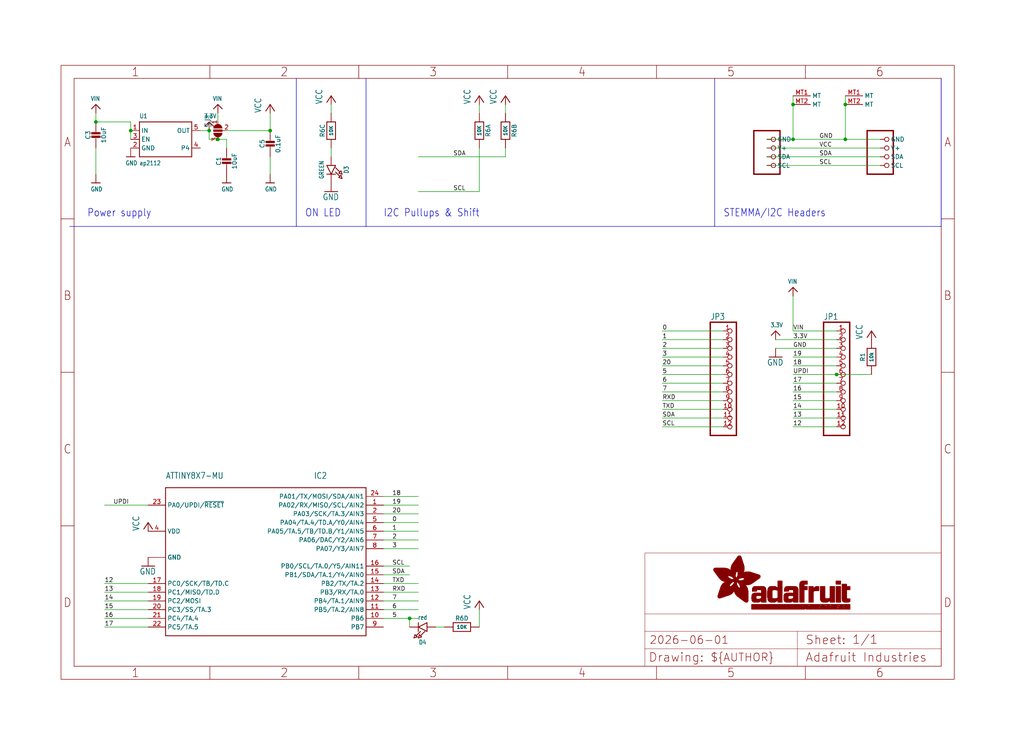
<source format=kicad_sch>
(kicad_sch (version 20230121) (generator eeschema)
  (paper "User" 298.45 217.322)
  (lib_symbols
    (symbol "working-eagle-import:3.3V" (power)
      (property "Value" "3.3V" (at -1.524 1.016 0))
      (symbol "3.3V_1_0"
        (pin power_in line (at 0 -2.54 90) (length 2.54) (name "3.3V") (number "1"))
      )
    )
    (symbol "working-eagle-import:ATTINY8X7-MU"
      (property "Reference" "IC" (at 12.7 25.4 0))
      (symbol "ATTINY8X7-MU_1_0"
        (pin bidirectional line (at 33.02 17.78 180) (length 5.08) (name "PA02/RX/MISO/SCL/AIN2") (number "1"))
        (pin bidirectional line (at 33.02 -15.24 180) (length 5.08) (name "PB6") (number "10"))
        (pin bidirectional line (at 33.02 -12.7 180) (length 5.08) (name "PB5/TA.2/AIN8") (number "11"))
        (pin bidirectional line (at 33.02 -10.16 180) (length 5.08) (name "PB4/TA.1/AIN9") (number "12"))
        (pin bidirectional line (at 33.02 -7.62 180) (length 5.08) (name "PB3/RX/TA.0") (number "13"))
        (pin bidirectional line (at 33.02 -5.08 180) (length 5.08) (name "PB2/TX/TA.2") (number "14"))
        (pin bidirectional line (at 33.02 -2.54 180) (length 5.08) (name "PB1/SDA/TA.1/Y4/AIN0") (number "15"))
        (pin bidirectional line (at 33.02 0 180) (length 5.08) (name "PB0/SCL/TA.0/Y5/AIN11") (number "16"))
        (pin bidirectional line (at -35.56 -5.08 0) (length 5.08) (name "PC0/SCK/TB/TD.C") (number "17"))
        (pin bidirectional line (at -35.56 -7.62 0) (length 5.08) (name "PC1/MISO/TD.D") (number "18"))
        (pin bidirectional line (at -35.56 -10.16 0) (length 5.08) (name "PC2/MOSI") (number "19"))
        (pin bidirectional line (at 33.02 15.24 180) (length 5.08) (name "PA03/SCK/TA.3/AIN3") (number "2"))
        (pin bidirectional line (at -35.56 -12.7 0) (length 5.08) (name "PC3/SS/TA.3") (number "20"))
        (pin bidirectional line (at -35.56 -15.24 0) (length 5.08) (name "PC4/TA.4") (number "21"))
        (pin bidirectional line (at -35.56 -17.78 0) (length 5.08) (name "PC5/TA.5") (number "22"))
        (pin bidirectional line (at -35.56 17.78 0) (length 5.08) (name "PA0/UPDI/~{RESET}") (number "23"))
        (pin bidirectional line (at 33.02 20.32 180) (length 5.08) (name "PA01/TX/MOSI/SDA/AIN1") (number "24"))
        (pin power_in line (at -35.56 2.54 0) (length 5.08) (name "GND") (number "3"))
        (pin power_in line (at -35.56 10.16 0) (length 5.08) (name "VDD") (number "4"))
        (pin bidirectional line (at 33.02 12.7 180) (length 5.08) (name "PA04/TA.4/TD.A/Y0/AIN4") (number "5"))
        (pin bidirectional line (at 33.02 10.16 180) (length 5.08) (name "PA05/TA.5/TB/TD.B/Y1/AIN5") (number "6"))
        (pin bidirectional line (at 33.02 7.62 180) (length 5.08) (name "PA06/DAC/Y2/AIN6") (number "7"))
        (pin bidirectional line (at 33.02 5.08 180) (length 5.08) (name "PA07/Y3/AIN7") (number "8"))
        (pin bidirectional line (at 33.02 -17.78 180) (length 5.08) (name "PB7") (number "9"))
        (pin power_in line (at -35.56 2.54 0) (length 5.08) (name "GND") (number "THERM"))
      )
    )
    (symbol "working-eagle-import:CAP_CERAMIC0603_NO"
      (property "Reference" "C" (at -2.29 1.25 90))
      (symbol "CAP_CERAMIC0603_NO_1_0"
        (pin passive line (at 0 5.08 270) (length 2.54) (name "1") (number "1"))
        (pin passive line (at 0 -2.54 90) (length 2.54) (name "2") (number "2"))
      )
    )
    (symbol "working-eagle-import:CAP_CERAMIC0805-NOOUTLINE"
      (property "Reference" "C" (at -2.29 1.25 90))
      (symbol "CAP_CERAMIC0805-NOOUTLINE_1_0"
        (pin passive line (at 0 5.08 270) (length 2.54) (name "1") (number "1"))
        (pin passive line (at 0 -2.54 90) (length 2.54) (name "2") (number "2"))
      )
    )
    (symbol "working-eagle-import:CAP_CERAMIC0805_10MGAP"
      (property "Reference" "C" (at -2.29 1.25 90))
      (symbol "CAP_CERAMIC0805_10MGAP_1_0"
        (pin passive line (at 0 5.08 270) (length 2.54) (name "1") (number "1"))
        (pin passive line (at 0 -2.54 90) (length 2.54) (name "2") (number "2"))
      )
    )
    (symbol "working-eagle-import:FRAME_A4_ADAFRUIT"
      (symbol "FRAME_A4_ADAFRUIT_1_0"
        (text "${#}/${##}" (at 230.505 10.16 0) (effects (font (size 2.54 2.54)) (justify left bottom)))
        (text "${AUTHOR}" (at 189.23 5.08 0) (effects (font (size 2.286 2.286)) (justify left bottom)))
        (text "${CURRENT_DATE}" (at 171.45 10.16 0) (effects (font (size 2.286 2.286)) (justify left bottom)))
        (text "${PROJECTNAME}" (at 171.45 15.24 0) (effects (font (size 2.54 2.54)) (justify left bottom)))
        (text "1" (at 21.6958 1.905 0) (effects (font (size 2.54 2.286))))
        (text "1" (at 21.6958 177.165 0) (effects (font (size 2.54 2.286))))
        (text "2" (at 65.0875 1.905 0) (effects (font (size 2.54 2.286))))
        (text "2" (at 65.0875 177.165 0) (effects (font (size 2.54 2.286))))
        (text "3" (at 108.4792 1.905 0) (effects (font (size 2.54 2.286))))
        (text "3" (at 108.4792 177.165 0) (effects (font (size 2.54 2.286))))
        (text "4" (at 151.8708 1.905 0) (effects (font (size 2.54 2.286))))
        (text "4" (at 151.8708 177.165 0) (effects (font (size 2.54 2.286))))
        (text "5" (at 195.2625 1.905 0) (effects (font (size 2.54 2.286))))
        (text "5" (at 195.2625 177.165 0) (effects (font (size 2.54 2.286))))
        (text "6" (at 238.6542 1.905 0) (effects (font (size 2.54 2.286))))
        (text "6" (at 238.6542 177.165 0) (effects (font (size 2.54 2.286))))
        (text "A" (at 1.905 156.6863 0) (effects (font (size 2.54 2.286))))
        (text "A" (at 258.445 156.6863 0) (effects (font (size 2.54 2.286))))
        (text "Adafruit Industries" (at 216.916 4.953 0) (effects (font (size 2.54 2.54)) (justify left bottom)))
        (text "B" (at 1.905 111.9188 0) (effects (font (size 2.54 2.286))))
        (text "B" (at 258.445 111.9188 0) (effects (font (size 2.54 2.286))))
        (text "C" (at 1.905 67.1513 0) (effects (font (size 2.54 2.286))))
        (text "C" (at 258.445 67.1513 0) (effects (font (size 2.54 2.286))))
        (text "D" (at 1.905 22.3838 0) (effects (font (size 2.54 2.286))))
        (text "D" (at 258.445 22.3838 0) (effects (font (size 2.54 2.286))))
        (text "Drawing:" (at 171.196 4.953 0) (effects (font (size 2.54 2.54)) (justify left bottom)))
        (text "Sheet:" (at 216.916 10.033 0) (effects (font (size 2.54 2.54)) (justify left bottom)))
      )
    )
    (symbol "working-eagle-import:GND" (power)
      (property "Value" "GND" (at -1.524 -2.54 0))
      (symbol "GND_1_0"
        (pin power_in line (at 0 2.54 270) (length 2.54) (name "GND") (number "1"))
      )
    )
    (symbol "working-eagle-import:HEADER-1X1276MIL"
      (property "Reference" "JP" (at -6.35 18.415 0))
      (symbol "HEADER-1X1276MIL_1_0"
        (pin passive inverted (at -2.54 15.24 0) (length 2.54) (name "1") (number "1"))
        (pin passive inverted (at -2.54 -7.62 0) (length 2.54) (name "10") (number "10"))
        (pin passive inverted (at -2.54 -10.16 0) (length 2.54) (name "11") (number "11"))
        (pin passive inverted (at -2.54 -12.7 0) (length 2.54) (name "12") (number "12"))
        (pin passive inverted (at -2.54 12.7 0) (length 2.54) (name "2") (number "2"))
        (pin passive inverted (at -2.54 10.16 0) (length 2.54) (name "3") (number "3"))
        (pin passive inverted (at -2.54 7.62 0) (length 2.54) (name "4") (number "4"))
        (pin passive inverted (at -2.54 5.08 0) (length 2.54) (name "5") (number "5"))
        (pin passive inverted (at -2.54 2.54 0) (length 2.54) (name "6") (number "6"))
        (pin passive inverted (at -2.54 0 0) (length 2.54) (name "7") (number "7"))
        (pin passive inverted (at -2.54 -2.54 0) (length 2.54) (name "8") (number "8"))
        (pin passive inverted (at -2.54 -5.08 0) (length 2.54) (name "9") (number "9"))
      )
    )
    (symbol "working-eagle-import:LED0603_NOOUTLINE"
      (property "Reference" "D" (at -1.27 4.445 0))
      (symbol "LED0603_NOOUTLINE_1_0"
        (pin passive line (at -5.08 0 0) (length 2.54) (name "A") (number "A"))
        (pin passive line (at 2.54 0 180) (length 2.54) (name "C") (number "C"))
      )
    )
    (symbol "working-eagle-import:RESISTOR_0603_NOOUT"
      (property "Reference" "R" (at 0 2.54 0))
      (symbol "RESISTOR_0603_NOOUT_1_0"
        (pin passive line (at -5.08 0 0) (length 2.54) (name "1") (number "1"))
        (pin passive line (at 5.08 0 180) (length 2.54) (name "2") (number "2"))
      )
    )
    (symbol "working-eagle-import:RESISTOR_4PACK"
      (property "Reference" "R" (at 0 2.54 0))
      (symbol "RESISTOR_4PACK_1_0"
        (pin passive line (at -5.08 0 0) (length 2.54) (name "1") (number "1"))
        (pin passive line (at 5.08 0 180) (length 2.54) (name "2") (number "8"))
      )
      (symbol "RESISTOR_4PACK_2_0"
        (pin passive line (at -5.08 0 0) (length 2.54) (name "1") (number "2"))
        (pin passive line (at 5.08 0 180) (length 2.54) (name "2") (number "7"))
      )
      (symbol "RESISTOR_4PACK_3_0"
        (pin passive line (at -5.08 0 0) (length 2.54) (name "1") (number "3"))
        (pin passive line (at 5.08 0 180) (length 2.54) (name "2") (number "6"))
      )
      (symbol "RESISTOR_4PACK_4_0"
        (pin passive line (at -5.08 0 0) (length 2.54) (name "1") (number "4"))
        (pin passive line (at 5.08 0 180) (length 2.54) (name "2") (number "5"))
      )
    )
    (symbol "working-eagle-import:SOLDERJUMPER_2WAY"
      (property "Reference" "SJ" (at -5.08 -3.81 0))
      (symbol "SOLDERJUMPER_2WAY_1_0"
        (pin passive line (at -2.54 0 0) (length 0) (name "1") (number "1"))
        (pin passive line (at 0 2.54 270) (length 0) (name "2") (number "2"))
        (pin passive line (at 2.54 0 180) (length 0) (name "3") (number "3"))
      )
    )
    (symbol "working-eagle-import:STEMMA_I2C_QT"
      (symbol "STEMMA_I2C_QT_1_0"
        (pin passive inverted (at 0 5.08 0) (length 2.54) (name "GND") (number "1"))
        (pin passive inverted (at 0 2.54 0) (length 2.54) (name "V+") (number "2"))
        (pin passive inverted (at 0 0 0) (length 2.54) (name "SDA") (number "3"))
        (pin passive inverted (at 0 -2.54 0) (length 2.54) (name "SCL") (number "4"))
      )
      (symbol "STEMMA_I2C_QT_2_0"
        (pin bidirectional line (at 0 0 0) (length 5.08) (name "MT") (number "MT1"))
      )
      (symbol "STEMMA_I2C_QT_3_0"
        (pin bidirectional line (at 0 0 0) (length 5.08) (name "MT") (number "MT2"))
      )
    )
    (symbol "working-eagle-import:VCC" (power)
      (property "Value" "VCC" (at -2.54 -2.54 90))
      (symbol "VCC_1_0"
        (pin power_in line (at 0 -2.54 90) (length 2.54) (name "VCC") (number "1"))
      )
    )
    (symbol "working-eagle-import:VIN" (power)
      (property "Value" "VIN" (at -1.524 1.016 0))
      (symbol "VIN_1_0"
        (pin power_in line (at 0 -2.54 90) (length 2.54) (name "VIN") (number "1"))
      )
    )
    (symbol "working-eagle-import:VREG_SOT23-5"
      (property "Reference" "U" (at -7.62 6.096 0))
      (symbol "VREG_SOT23-5_1_0"
        (pin power_in line (at -10.16 2.54 0) (length 2.54) (name "IN") (number "1"))
        (pin power_in line (at -10.16 -2.54 0) (length 2.54) (name "GND") (number "2"))
        (pin input line (at -10.16 0 0) (length 2.54) (name "EN") (number "3"))
        (pin bidirectional line (at 10.16 -2.54 180) (length 2.54) (name "P4") (number "4"))
        (pin power_in line (at 10.16 2.54 180) (length 2.54) (name "OUT") (number "5"))
      )
    )
    (symbol "working-eagle-import:supply1_GND" (power)
      (property "Value" "supply1_GND" (at -2.54 -2.54 0))
      (symbol "supply1_GND_1_0"
        (pin power_in line (at 0 2.54 270) (length 2.54) (name "GND") (number "1"))
      )
    )
  )
  (junction (at 78.74 38.1))
  (junction (at 246.38 30.48))
  (junction (at 60.96 38.1))
  (junction (at 119.38 180.34))
  (junction (at 231.14 30.48))
  (junction (at 231.14 40.64))
  (junction (at 63.5 40.64))
  (junction (at 27.94 35.56))
  (junction (at 246.38 40.64))
  (junction (at 38.1 38.1))
  (junction (at 243.84 109.22))
  (wire (pts (xy 63.5 33.02) (xy 63.5 35.56)) (stroke (width 0.1524)))
  (wire (pts (xy 193.04 111.76) (xy 210.82 111.76)) (stroke (width 0.1524)))
  (wire (pts (xy 111.76 165.1) (xy 119.38 165.1)) (stroke (width 0.1524)))
  (wire (pts (xy 210.82 119.38) (xy 193.04 119.38)) (stroke (width 0.1524)))
  (wire (pts (xy 243.84 104.14) (xy 231.14 104.14)) (stroke (width 0.1524)))
  (wire (pts (xy 147.32 43.18) (xy 147.32 45.72)) (stroke (width 0.1524)))
  (polyline (pts (xy 274.32 22.86) (xy 274.32 66.04)) (stroke (width 0.1524) (type solid)))
  (wire (pts (xy 111.76 170.18) (xy 121.92 170.18)) (stroke (width 0.1524)))
  (wire (pts (xy 147.32 45.72) (xy 121.92 45.72)) (stroke (width 0.1524)))
  (wire (pts (xy 231.14 96.52) (xy 243.84 96.52)) (stroke (width 0.1524)))
  (wire (pts (xy 243.84 116.84) (xy 231.14 116.84)) (stroke (width 0.1524)))
  (wire (pts (xy 60.96 40.64) (xy 63.5 40.64)) (stroke (width 0.1524)))
  (wire (pts (xy 231.14 40.64) (xy 246.38 40.64)) (stroke (width 0.1524)))
  (wire (pts (xy 147.32 33.02) (xy 147.32 30.48)) (stroke (width 0.1524)))
  (wire (pts (xy 78.74 33.02) (xy 78.74 38.1)) (stroke (width 0.1524)))
  (wire (pts (xy 119.38 180.34) (xy 121.92 180.34)) (stroke (width 0.1524)))
  (wire (pts (xy 43.18 172.72) (xy 30.48 172.72)) (stroke (width 0.1524)))
  (polyline (pts (xy 208.28 66.04) (xy 274.32 66.04)) (stroke (width 0.1524) (type solid)))
  (wire (pts (xy 243.84 99.06) (xy 226.06 99.06)) (stroke (width 0.1524)))
  (wire (pts (xy 30.48 175.26) (xy 43.18 175.26)) (stroke (width 0.1524)))
  (wire (pts (xy 231.14 30.48) (xy 231.14 40.64)) (stroke (width 0.1524)))
  (wire (pts (xy 246.38 30.48) (xy 246.38 40.64)) (stroke (width 0.1524)))
  (wire (pts (xy 96.52 45.72) (xy 96.52 43.18)) (stroke (width 0.1524)))
  (polyline (pts (xy 208.28 22.86) (xy 208.28 66.04)) (stroke (width 0.1524) (type solid)))
  (wire (pts (xy 139.7 177.8) (xy 139.7 182.88)) (stroke (width 0.1524)))
  (wire (pts (xy 127 182.88) (xy 129.54 182.88)) (stroke (width 0.1524)))
  (wire (pts (xy 193.04 106.68) (xy 210.82 106.68)) (stroke (width 0.1524)))
  (wire (pts (xy 231.14 114.3) (xy 243.84 114.3)) (stroke (width 0.1524)))
  (wire (pts (xy 231.14 109.22) (xy 243.84 109.22)) (stroke (width 0.1524)))
  (polyline (pts (xy 20.32 66.04) (xy 86.36 66.04)) (stroke (width 0.1524) (type solid)))
  (wire (pts (xy 210.82 114.3) (xy 193.04 114.3)) (stroke (width 0.1524)))
  (wire (pts (xy 243.84 109.22) (xy 254 109.22)) (stroke (width 0.1524)))
  (wire (pts (xy 231.14 96.52) (xy 231.14 86.36)) (stroke (width 0.1524)))
  (wire (pts (xy 38.1 40.64) (xy 38.1 38.1)) (stroke (width 0.1524)))
  (wire (pts (xy 111.76 144.78) (xy 121.92 144.78)) (stroke (width 0.1524)))
  (wire (pts (xy 60.96 38.1) (xy 60.96 40.64)) (stroke (width 0.1524)))
  (wire (pts (xy 226.06 101.6) (xy 243.84 101.6)) (stroke (width 0.1524)))
  (wire (pts (xy 43.18 182.88) (xy 30.48 182.88)) (stroke (width 0.1524)))
  (wire (pts (xy 121.92 149.86) (xy 111.76 149.86)) (stroke (width 0.1524)))
  (wire (pts (xy 210.82 99.06) (xy 193.04 99.06)) (stroke (width 0.1524)))
  (wire (pts (xy 111.76 152.4) (xy 121.92 152.4)) (stroke (width 0.1524)))
  (wire (pts (xy 111.76 147.32) (xy 121.92 147.32)) (stroke (width 0.1524)))
  (wire (pts (xy 243.84 121.92) (xy 231.14 121.92)) (stroke (width 0.1524)))
  (wire (pts (xy 231.14 27.94) (xy 231.14 30.48)) (stroke (width 0.1524)))
  (wire (pts (xy 111.76 180.34) (xy 119.38 180.34)) (stroke (width 0.1524)))
  (polyline (pts (xy 106.68 66.04) (xy 208.28 66.04)) (stroke (width 0.1524) (type solid)))
  (wire (pts (xy 139.7 43.18) (xy 139.7 55.88)) (stroke (width 0.1524)))
  (wire (pts (xy 27.94 50.8) (xy 27.94 43.18)) (stroke (width 0.1524)))
  (wire (pts (xy 231.14 40.64) (xy 223.52 40.64)) (stroke (width 0.1524)))
  (wire (pts (xy 121.92 157.48) (xy 111.76 157.48)) (stroke (width 0.1524)))
  (wire (pts (xy 231.14 119.38) (xy 243.84 119.38)) (stroke (width 0.1524)))
  (wire (pts (xy 193.04 101.6) (xy 210.82 101.6)) (stroke (width 0.1524)))
  (wire (pts (xy 210.82 121.92) (xy 193.04 121.92)) (stroke (width 0.1524)))
  (wire (pts (xy 63.5 40.64) (xy 66.04 40.64)) (stroke (width 0.1524)))
  (wire (pts (xy 210.82 109.22) (xy 193.04 109.22)) (stroke (width 0.1524)))
  (wire (pts (xy 38.1 35.56) (xy 38.1 38.1)) (stroke (width 0.1524)))
  (wire (pts (xy 223.52 48.26) (xy 256.54 48.26)) (stroke (width 0.1524)))
  (wire (pts (xy 66.04 40.64) (xy 66.04 43.18)) (stroke (width 0.1524)))
  (wire (pts (xy 210.82 104.14) (xy 193.04 104.14)) (stroke (width 0.1524)))
  (wire (pts (xy 111.76 154.94) (xy 121.92 154.94)) (stroke (width 0.1524)))
  (wire (pts (xy 193.04 116.84) (xy 210.82 116.84)) (stroke (width 0.1524)))
  (wire (pts (xy 193.04 124.46) (xy 210.82 124.46)) (stroke (width 0.1524)))
  (wire (pts (xy 231.14 124.46) (xy 243.84 124.46)) (stroke (width 0.1524)))
  (wire (pts (xy 119.38 182.88) (xy 119.38 180.34)) (stroke (width 0.1524)))
  (wire (pts (xy 43.18 177.8) (xy 30.48 177.8)) (stroke (width 0.1524)))
  (wire (pts (xy 43.18 170.18) (xy 30.48 170.18)) (stroke (width 0.1524)))
  (polyline (pts (xy 106.68 22.86) (xy 106.68 66.04)) (stroke (width 0.1524) (type solid)))
  (wire (pts (xy 111.76 160.02) (xy 121.92 160.02)) (stroke (width 0.1524)))
  (polyline (pts (xy 86.36 22.86) (xy 86.36 66.04)) (stroke (width 0.1524) (type solid)))
  (wire (pts (xy 139.7 30.48) (xy 139.7 33.02)) (stroke (width 0.1524)))
  (wire (pts (xy 78.74 45.72) (xy 78.74 50.8)) (stroke (width 0.1524)))
  (wire (pts (xy 246.38 27.94) (xy 246.38 30.48)) (stroke (width 0.1524)))
  (wire (pts (xy 210.82 96.52) (xy 193.04 96.52)) (stroke (width 0.1524)))
  (polyline (pts (xy 86.36 66.04) (xy 106.68 66.04)) (stroke (width 0.1524) (type solid)))
  (wire (pts (xy 256.54 40.64) (xy 246.38 40.64)) (stroke (width 0.1524)))
  (wire (pts (xy 119.38 167.64) (xy 111.76 167.64)) (stroke (width 0.1524)))
  (wire (pts (xy 121.92 175.26) (xy 111.76 175.26)) (stroke (width 0.1524)))
  (wire (pts (xy 111.76 172.72) (xy 121.92 172.72)) (stroke (width 0.1524)))
  (wire (pts (xy 256.54 45.72) (xy 223.52 45.72)) (stroke (width 0.1524)))
  (wire (pts (xy 96.52 30.48) (xy 96.52 33.02)) (stroke (width 0.1524)))
  (wire (pts (xy 66.04 38.1) (xy 78.74 38.1)) (stroke (width 0.1524)))
  (wire (pts (xy 27.94 33.02) (xy 27.94 35.56)) (stroke (width 0.1524)))
  (wire (pts (xy 43.18 147.32) (xy 30.48 147.32)) (stroke (width 0.1524)))
  (wire (pts (xy 223.52 43.18) (xy 256.54 43.18)) (stroke (width 0.1524)))
  (wire (pts (xy 30.48 180.34) (xy 43.18 180.34)) (stroke (width 0.1524)))
  (wire (pts (xy 27.94 35.56) (xy 38.1 35.56)) (stroke (width 0.1524)))
  (wire (pts (xy 139.7 55.88) (xy 121.92 55.88)) (stroke (width 0.1524)))
  (wire (pts (xy 111.76 177.8) (xy 121.92 177.8)) (stroke (width 0.1524)))
  (wire (pts (xy 243.84 106.68) (xy 231.14 106.68)) (stroke (width 0.1524)))
  (wire (pts (xy 243.84 111.76) (xy 231.14 111.76)) (stroke (width 0.1524)))
  (wire (pts (xy 58.42 38.1) (xy 60.96 38.1)) (stroke (width 0.1524)))
  (text "ON LED" (at 88.9 63.5 0) (effects (font (size 2.1844 1.8567)) (justify left bottom)))
  (text "I2C Pullups & Shift" (at 111.76 63.5 0) (effects (font (size 2.1844 1.8567)) (justify left bottom)))
  (text "STEMMA/I2C Headers" (at 210.82 63.5 0) (effects (font (size 2.1844 1.8567)) (justify left bottom)))
  (text "Power supply" (at 25.4 63.5 0) (effects (font (size 2.1844 1.8567)) (justify left bottom)))
  (label "15" (at 30.48 177.8 0) (effects (font (size 1.2446 1.2446))))
  (label "VCC" (at 238.76 43.18 0) (effects (font (size 1.2446 1.2446))))
  (label "SCL" (at 132.08 55.88 0) (effects (font (size 1.2446 1.2446))))
  (label "SDA" (at 193.04 121.92 0) (effects (font (size 1.2446 1.2446))))
  (label "0" (at 193.04 96.52 0) (effects (font (size 1.2446 1.2446))))
  (label "UPDI" (at 231.14 109.22 0) (effects (font (size 1.2446 1.2446))))
  (label "20" (at 193.04 106.68 0) (effects (font (size 1.2446 1.2446))))
  (label "18" (at 114.3 144.78 0) (effects (font (size 1.2446 1.2446))))
  (label "5" (at 114.3 180.34 0) (effects (font (size 1.2446 1.2446))))
  (label "5" (at 193.04 109.22 0) (effects (font (size 1.2446 1.2446))))
  (label "SCL" (at 114.3 165.1 0) (effects (font (size 1.2446 1.2446))))
  (label "3" (at 193.04 104.14 0) (effects (font (size 1.2446 1.2446))))
  (label "TXD" (at 114.3 170.18 0) (effects (font (size 1.2446 1.2446))))
  (label "12" (at 30.48 170.18 0) (effects (font (size 1.2446 1.2446))))
  (label "16" (at 30.48 180.34 0) (effects (font (size 1.2446 1.2446))))
  (label "SDA" (at 114.3 167.64 0) (effects (font (size 1.2446 1.2446))))
  (label "GND" (at 231.14 101.6 0) (effects (font (size 1.2446 1.2446))))
  (label "12" (at 231.14 124.46 0) (effects (font (size 1.2446 1.2446))))
  (label "15" (at 231.14 116.84 0) (effects (font (size 1.2446 1.2446))))
  (label "14" (at 231.14 119.38 0) (effects (font (size 1.2446 1.2446))))
  (label "16" (at 231.14 114.3 0) (effects (font (size 1.2446 1.2446))))
  (label "17" (at 231.14 111.76 0) (effects (font (size 1.2446 1.2446))))
  (label "RXD" (at 193.04 116.84 0) (effects (font (size 1.2446 1.2446))))
  (label "0" (at 114.3 152.4 0) (effects (font (size 1.2446 1.2446))))
  (label "7" (at 193.04 114.3 0) (effects (font (size 1.2446 1.2446))))
  (label "13" (at 231.14 121.92 0) (effects (font (size 1.2446 1.2446))))
  (label "18" (at 231.14 106.68 0) (effects (font (size 1.2446 1.2446))))
  (label "RXD" (at 114.3 172.72 0) (effects (font (size 1.2446 1.2446))))
  (label "6" (at 193.04 111.76 0) (effects (font (size 1.2446 1.2446))))
  (label "GND" (at 238.76 40.64 0) (effects (font (size 1.2446 1.2446))))
  (label "19" (at 231.14 104.14 0) (effects (font (size 1.2446 1.2446))))
  (label "3.3V" (at 231.14 99.06 0) (effects (font (size 1.2446 1.2446))))
  (label "19" (at 114.3 147.32 0) (effects (font (size 1.2446 1.2446))))
  (label "6" (at 114.3 177.8 0) (effects (font (size 1.2446 1.2446))))
  (label "14" (at 30.48 175.26 0) (effects (font (size 1.2446 1.2446))))
  (label "2" (at 114.3 157.48 0) (effects (font (size 1.2446 1.2446))))
  (label "1" (at 114.3 154.94 0) (effects (font (size 1.2446 1.2446))))
  (label "13" (at 30.48 172.72 0) (effects (font (size 1.2446 1.2446))))
  (label "1" (at 193.04 99.06 0) (effects (font (size 1.2446 1.2446))))
  (label "SCL" (at 193.04 124.46 0) (effects (font (size 1.2446 1.2446))))
  (label "SDA" (at 132.08 45.72 0) (effects (font (size 1.2446 1.2446))))
  (label "20" (at 114.3 149.86 0) (effects (font (size 1.2446 1.2446))))
  (label "2" (at 193.04 101.6 0) (effects (font (size 1.2446 1.2446))))
  (label "7" (at 114.3 175.26 0) (effects (font (size 1.2446 1.2446))))
  (label "17" (at 30.48 182.88 0) (effects (font (size 1.2446 1.2446))))
  (label "UPDI" (at 33.02 147.32 0) (effects (font (size 1.2446 1.2446))))
  (label "SDA" (at 238.76 45.72 0) (effects (font (size 1.2446 1.2446))))
  (label "3" (at 114.3 160.02 0) (effects (font (size 1.2446 1.2446))))
  (label "VIN" (at 231.14 96.52 0) (effects (font (size 1.2446 1.2446))))
  (label "SCL" (at 238.76 48.26 0) (effects (font (size 1.2446 1.2446))))
  (label "TXD" (at 193.04 119.38 0) (effects (font (size 1.2446 1.2446))))
  (symbol (lib_id "working-eagle-import:VCC") (at 96.52 27.94 0) (unit 1)
    (property "Reference" "#P+6" (effects hide))
    (property "Value" "VCC" (at 93.98 30.48 90) (effects (font (size 1.778 1.5113)) (justify left bottom)))
  )
  (symbol (lib_id "working-eagle-import:RESISTOR_4PACK") (at 147.32 38.1 270) (unit 2)
    (property "Reference" "R6" (at 149.86 38.1 0))
    (property "Value" "10K" (at 147.32 38.1 0) (effects (font (size 1.016 1.016) bold)))
    (property "Footprint" "working:RESPACK_4X0603" (effects hide))
  )
  (symbol (lib_id "working-eagle-import:STEMMA_I2C_QT") (at 246.38 30.48 0) (unit 3)
    (property "Reference" "CONN4" (effects hide))
    (property "Value" "STEMMA_I2C_QT" (effects hide))
    (property "Footprint" "working:JST_SH4" (effects hide))
  )
  (symbol (lib_id "working-eagle-import:supply1_GND") (at 226.06 104.14 0) (unit 1)
    (property "Reference" "#GND9" (effects hide))
    (property "Value" "GND" (at 223.52 106.68 0) (effects (font (size 1.778 1.5113)) (justify left bottom)))
  )
  (symbol (lib_id "working-eagle-import:GND") (at 38.1 45.72 0) (unit 1)
    (property "Reference" "#U$2" (effects hide))
    (property "Value" "GND" (at 36.576 48.26 0) (effects (font (size 1.27 1.0795)) (justify left bottom)))
  )
  (symbol (lib_id "working-eagle-import:HEADER-1X1276MIL") (at 246.38 111.76 0) (unit 1)
    (property "Reference" "JP1" (at 240.03 93.345 0) (effects (font (size 1.778 1.5113)) (justify left bottom)))
    (property "Value" "HEADER-1X1276MIL" (effects hide))
    (property "Footprint" "working:1X12_ROUND_76MIL" (effects hide))
  )
  (symbol (lib_id "working-eagle-import:HEADER-1X1276MIL") (at 213.36 111.76 0) (unit 1)
    (property "Reference" "JP3" (at 207.01 93.345 0) (effects (font (size 1.778 1.5113)) (justify left bottom)))
    (property "Value" "HEADER-1X1276MIL" (effects hide))
    (property "Footprint" "working:1X12_ROUND_76MIL" (effects hide))
  )
  (symbol (lib_id "working-eagle-import:VCC") (at 78.74 30.48 0) (unit 1)
    (property "Reference" "#P+5" (effects hide))
    (property "Value" "VCC" (at 76.2 33.02 90) (effects (font (size 1.778 1.5113)) (justify left bottom)))
  )
  (symbol (lib_id "working-eagle-import:GND") (at 66.04 53.34 0) (unit 1)
    (property "Reference" "#U$3" (effects hide))
    (property "Value" "GND" (at 64.516 55.88 0) (effects (font (size 1.27 1.0795)) (justify left bottom)))
  )
  (symbol (lib_id "working-eagle-import:STEMMA_I2C_QT") (at 223.52 45.72 0) (unit 1)
    (property "Reference" "CONN3" (effects hide))
    (property "Value" "STEMMA_I2C_QT" (effects hide))
    (property "Footprint" "working:JST_SH4" (effects hide))
  )
  (symbol (lib_id "working-eagle-import:SOLDERJUMPER_2WAY") (at 63.5 38.1 270) (unit 1)
    (property "Reference" "SJ1" (at 59.69 33.02 0) (effects (font (size 1.778 1.5113)) (justify left bottom)))
    (property "Value" "SOLDERJUMPER_2WAY" (effects hide))
    (property "Footprint" "working:SOLDERJUMPER_2WAY_OPEN_NOPASTE" (effects hide))
  )
  (symbol (lib_id "working-eagle-import:VCC") (at 147.32 27.94 0) (unit 1)
    (property "Reference" "#P+2" (effects hide))
    (property "Value" "VCC" (at 144.78 30.48 90) (effects (font (size 1.778 1.5113)) (justify left bottom)))
  )
  (symbol (lib_id "working-eagle-import:GND") (at 78.74 53.34 0) (unit 1)
    (property "Reference" "#U$14" (effects hide))
    (property "Value" "GND" (at 77.216 55.88 0) (effects (font (size 1.27 1.0795)) (justify left bottom)))
  )
  (symbol (lib_id "working-eagle-import:RESISTOR_0603_NOOUT") (at 254 104.14 90) (unit 1)
    (property "Reference" "R1" (at 251.46 104.14 0))
    (property "Value" "10k" (at 254 104.14 0) (effects (font (size 1.016 1.016) bold)))
    (property "Footprint" "working:0603-NO" (effects hide))
  )
  (symbol (lib_id "working-eagle-import:VCC") (at 139.7 175.26 0) (unit 1)
    (property "Reference" "#P+9" (effects hide))
    (property "Value" "VCC" (at 137.16 177.8 90) (effects (font (size 1.778 1.5113)) (justify left bottom)))
  )
  (symbol (lib_id "working-eagle-import:LED0603_NOOUTLINE") (at 96.52 50.8 270) (unit 1)
    (property "Reference" "D3" (at 100.965 49.53 0) (effects (font (size 1.27 1.0795))))
    (property "Value" "GREEN" (at 93.726 49.53 0) (effects (font (size 1.27 1.0795))))
    (property "Footprint" "working:CHIPLED_0603_NOOUTLINE" (effects hide))
  )
  (symbol (lib_id "working-eagle-import:VCC") (at 139.7 27.94 0) (unit 1)
    (property "Reference" "#P+1" (effects hide))
    (property "Value" "VCC" (at 137.16 30.48 90) (effects (font (size 1.778 1.5113)) (justify left bottom)))
  )
  (symbol (lib_id "working-eagle-import:RESISTOR_4PACK") (at 139.7 38.1 270) (unit 1)
    (property "Reference" "R6" (at 142.24 38.1 0))
    (property "Value" "10K" (at 139.7 38.1 0) (effects (font (size 1.016 1.016) bold)))
    (property "Footprint" "working:RESPACK_4X0603" (effects hide))
  )
  (symbol (lib_id "working-eagle-import:RESISTOR_4PACK") (at 96.52 38.1 90) (unit 3)
    (property "Reference" "R6" (at 93.98 38.1 0))
    (property "Value" "10K" (at 96.52 38.1 0) (effects (font (size 1.016 1.016) bold)))
    (property "Footprint" "working:RESPACK_4X0603" (effects hide))
  )
  (symbol (lib_id "working-eagle-import:GND") (at 27.94 53.34 0) (unit 1)
    (property "Reference" "#U$13" (effects hide))
    (property "Value" "GND" (at 26.416 55.88 0) (effects (font (size 1.27 1.0795)) (justify left bottom)))
  )
  (symbol (lib_id "working-eagle-import:VREG_SOT23-5") (at 48.26 40.64 0) (unit 1)
    (property "Reference" "U1" (at 40.64 34.544 0) (effects (font (size 1.27 1.0795)) (justify left bottom)))
    (property "Value" "ap2112" (at 40.64 48.26 0) (effects (font (size 1.27 1.0795)) (justify left bottom)))
    (property "Footprint" "working:SOT23-5" (effects hide))
  )
  (symbol (lib_id "working-eagle-import:VIN") (at 27.94 30.48 0) (unit 1)
    (property "Reference" "#U$1" (effects hide))
    (property "Value" "VIN" (at 26.416 29.464 0) (effects (font (size 1.27 1.0795)) (justify left bottom)))
  )
  (symbol (lib_id "working-eagle-import:STEMMA_I2C_QT") (at 256.54 45.72 0) (unit 1)
    (property "Reference" "CONN4" (effects hide))
    (property "Value" "STEMMA_I2C_QT" (effects hide))
    (property "Footprint" "working:JST_SH4" (effects hide))
  )
  (symbol (lib_id "working-eagle-import:VIN") (at 63.5 30.48 0) (unit 1)
    (property "Reference" "#U$4" (effects hide))
    (property "Value" "VIN" (at 61.976 29.464 0) (effects (font (size 1.27 1.0795)) (justify left bottom)))
  )
  (symbol (lib_id "working-eagle-import:STEMMA_I2C_QT") (at 231.14 30.48 0) (unit 3)
    (property "Reference" "CONN3" (effects hide))
    (property "Value" "STEMMA_I2C_QT" (effects hide))
    (property "Footprint" "working:JST_SH4" (effects hide))
  )
  (symbol (lib_id "working-eagle-import:FRAME_A4_ADAFRUIT") (at 17.78 198.12 0) (unit 1)
    (property "Reference" "#U$28" (effects hide))
    (property "Value" "FRAME_A4_ADAFRUIT" (effects hide))
  )
  (symbol (lib_id "working-eagle-import:supply1_GND") (at 43.18 165.1 0) (unit 1)
    (property "Reference" "#GND16" (effects hide))
    (property "Value" "GND" (at 40.64 167.64 0) (effects (font (size 1.778 1.5113)) (justify left bottom)))
  )
  (symbol (lib_id "working-eagle-import:supply1_GND") (at 96.52 55.88 0) (unit 1)
    (property "Reference" "#GND13" (effects hide))
    (property "Value" "GND" (at 93.98 58.42 0) (effects (font (size 1.778 1.5113)) (justify left bottom)))
  )
  (symbol (lib_id "working-eagle-import:3.3V") (at 60.96 35.56 0) (unit 1)
    (property "Reference" "#U$6" (effects hide))
    (property "Value" "3.3V" (at 59.436 34.544 0) (effects (font (size 1.27 1.0795)) (justify left bottom)))
  )
  (symbol (lib_id "working-eagle-import:CAP_CERAMIC0805-NOOUTLINE") (at 27.94 40.64 0) (unit 1)
    (property "Reference" "C3" (at 25.65 39.39 90))
    (property "Value" "10uF" (at 30.24 39.39 90))
    (property "Footprint" "working:0805-NO" (effects hide))
  )
  (symbol (lib_id "working-eagle-import:VCC") (at 43.18 152.4 0) (unit 1)
    (property "Reference" "#P+8" (effects hide))
    (property "Value" "VCC" (at 40.64 154.94 90) (effects (font (size 1.778 1.5113)) (justify left bottom)))
  )
  (symbol (lib_id "working-eagle-import:CAP_CERAMIC0603_NO") (at 78.74 43.18 0) (unit 1)
    (property "Reference" "C5" (at 76.45 41.93 90))
    (property "Value" "0.1uF" (at 81.04 41.93 90))
    (property "Footprint" "working:0603-NO" (effects hide))
  )
  (symbol (lib_id "working-eagle-import:STEMMA_I2C_QT") (at 231.14 27.94 0) (unit 2)
    (property "Reference" "CONN3" (effects hide))
    (property "Value" "STEMMA_I2C_QT" (effects hide))
    (property "Footprint" "working:JST_SH4" (effects hide))
  )
  (symbol (lib_id "working-eagle-import:VIN") (at 231.14 83.82 0) (unit 1)
    (property "Reference" "#U$5" (effects hide))
    (property "Value" "VIN" (at 229.616 82.804 0) (effects (font (size 1.27 1.0795)) (justify left bottom)))
  )
  (symbol (lib_id "working-eagle-import:CAP_CERAMIC0805_10MGAP") (at 66.04 48.26 0) (unit 1)
    (property "Reference" "C1" (at 63.75 47.01 90))
    (property "Value" "10uF" (at 68.34 47.01 90))
    (property "Footprint" "working:0805_10MGAP" (effects hide))
  )
  (symbol (lib_id "working-eagle-import:STEMMA_I2C_QT") (at 246.38 27.94 0) (unit 2)
    (property "Reference" "CONN4" (effects hide))
    (property "Value" "STEMMA_I2C_QT" (effects hide))
    (property "Footprint" "working:JST_SH4" (effects hide))
  )
  (symbol (lib_id "working-eagle-import:RESISTOR_4PACK") (at 134.62 182.88 0) (unit 4)
    (property "Reference" "R6" (at 134.62 180.34 0))
    (property "Value" "10K" (at 134.62 182.88 0) (effects (font (size 1.016 1.016) bold)))
    (property "Footprint" "working:RESPACK_4X0603" (effects hide))
  )
  (symbol (lib_id "working-eagle-import:LED0603_NOOUTLINE") (at 121.92 182.88 180) (unit 1)
    (property "Reference" "D4" (at 123.19 187.325 0) (effects (font (size 1.27 1.0795))))
    (property "Value" "red" (at 123.19 180.086 0) (effects (font (size 1.27 1.0795))))
    (property "Footprint" "working:CHIPLED_0603_NOOUTLINE" (effects hide))
  )
  (symbol (lib_id "working-eagle-import:VCC") (at 254 96.52 0) (unit 1)
    (property "Reference" "#P+3" (effects hide))
    (property "Value" "VCC" (at 251.46 99.06 90) (effects (font (size 1.778 1.5113)) (justify left bottom)))
  )
  (symbol (lib_id "working-eagle-import:ATTINY8X7-MU") (at 78.74 165.1 0) (unit 1)
    (property "Reference" "IC2" (at 91.44 139.7 0) (effects (font (size 1.778 1.5113)) (justify left bottom)))
    (property "Value" "ATTINY8X7-MU" (at 48.26 139.7 0) (effects (font (size 1.778 1.5113)) (justify left bottom)))
    (property "Footprint" "working:QFN24_4MM" (effects hide))
  )
  (symbol (lib_id "working-eagle-import:3.3V") (at 226.06 96.52 0) (unit 1)
    (property "Reference" "#U$9" (effects hide))
    (property "Value" "3.3V" (at 224.536 95.504 0) (effects (font (size 1.27 1.0795)) (justify left bottom)))
  )
)
</source>
